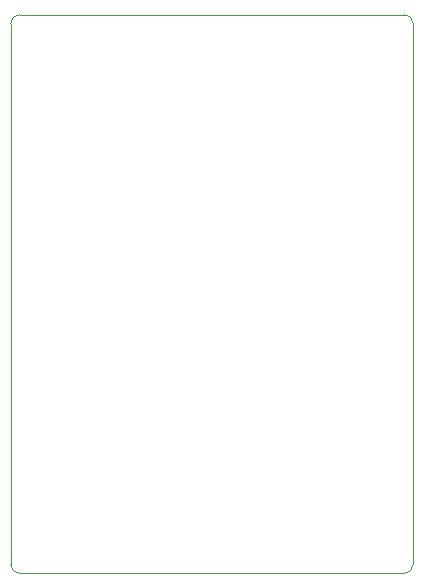
<source format=gm1>
G04 #@! TF.GenerationSoftware,KiCad,Pcbnew,7.0.5*
G04 #@! TF.CreationDate,2023-08-28T03:05:05+08:00*
G04 #@! TF.ProjectId,handwire microboard,68616e64-7769-4726-9520-6d6963726f62,rev?*
G04 #@! TF.SameCoordinates,Original*
G04 #@! TF.FileFunction,Profile,NP*
%FSLAX46Y46*%
G04 Gerber Fmt 4.6, Leading zero omitted, Abs format (unit mm)*
G04 Created by KiCad (PCBNEW 7.0.5) date 2023-08-28 03:05:05*
%MOMM*%
%LPD*%
G01*
G04 APERTURE LIST*
G04 #@! TA.AperFunction,Profile*
%ADD10C,0.100000*%
G04 #@! TD*
G04 APERTURE END LIST*
D10*
X18615000Y-17963500D02*
G75*
G03*
X17853000Y-18725500I0J-762000D01*
G01*
X51937000Y-18725500D02*
X51937000Y-64520000D01*
X18615000Y-17963500D02*
X51175000Y-17963500D01*
X51175000Y-65273800D02*
G75*
G03*
X51937000Y-64520000I4100J757900D01*
G01*
X18616815Y-65273815D02*
X51175000Y-65273815D01*
X17853000Y-18725500D02*
X17853000Y-64510000D01*
X17852985Y-64510000D02*
G75*
G03*
X18616815Y-65273815I763815J0D01*
G01*
X51937000Y-18725500D02*
G75*
G03*
X51175000Y-17963500I-762000J0D01*
G01*
M02*

</source>
